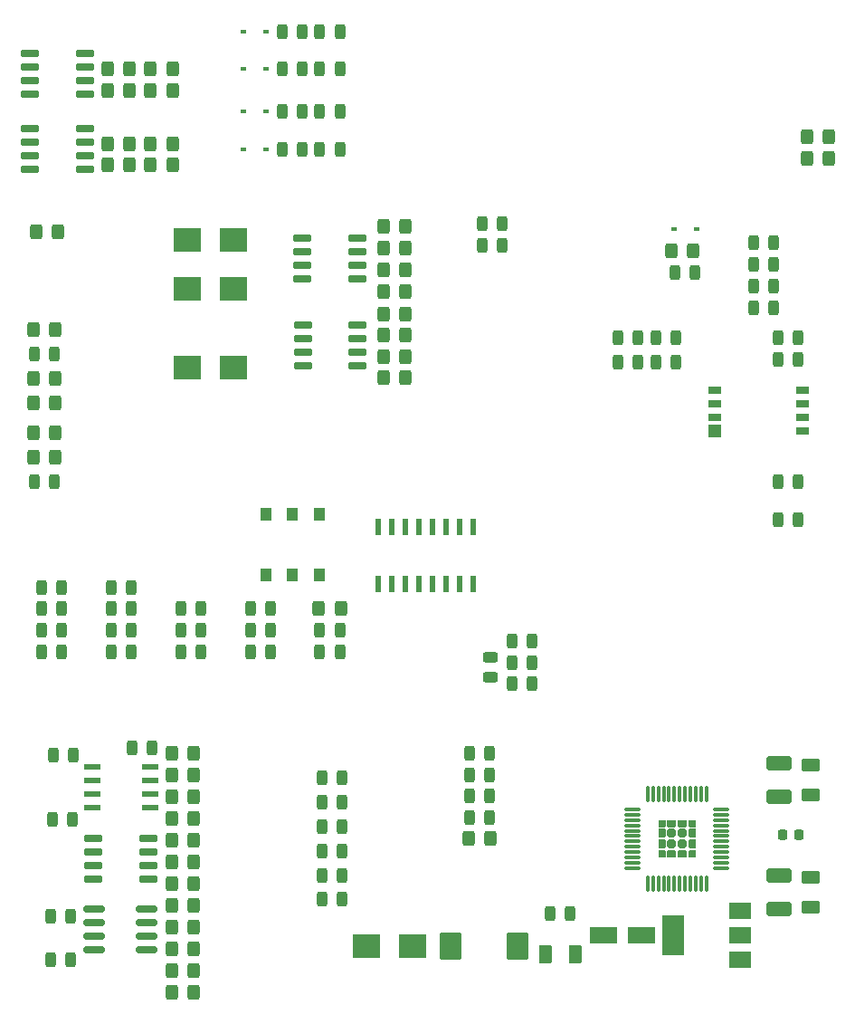
<source format=gtp>
%TF.GenerationSoftware,KiCad,Pcbnew,7.0.1-0*%
%TF.CreationDate,2023-05-22T10:15:59+10:00*%
%TF.ProjectId,NA6 v1.3,4e413620-7631-42e3-932e-6b696361645f,rev?*%
%TF.SameCoordinates,Original*%
%TF.FileFunction,Paste,Top*%
%TF.FilePolarity,Positive*%
%FSLAX46Y46*%
G04 Gerber Fmt 4.6, Leading zero omitted, Abs format (unit mm)*
G04 Created by KiCad (PCBNEW 7.0.1-0) date 2023-05-22 10:15:59*
%MOMM*%
%LPD*%
G01*
G04 APERTURE LIST*
G04 Aperture macros list*
%AMRoundRect*
0 Rectangle with rounded corners*
0 $1 Rounding radius*
0 $2 $3 $4 $5 $6 $7 $8 $9 X,Y pos of 4 corners*
0 Add a 4 corners polygon primitive as box body*
4,1,4,$2,$3,$4,$5,$6,$7,$8,$9,$2,$3,0*
0 Add four circle primitives for the rounded corners*
1,1,$1+$1,$2,$3*
1,1,$1+$1,$4,$5*
1,1,$1+$1,$6,$7*
1,1,$1+$1,$8,$9*
0 Add four rect primitives between the rounded corners*
20,1,$1+$1,$2,$3,$4,$5,0*
20,1,$1+$1,$4,$5,$6,$7,0*
20,1,$1+$1,$6,$7,$8,$9,0*
20,1,$1+$1,$8,$9,$2,$3,0*%
%AMFreePoly0*
4,1,7,0.322490,0.294667,0.322490,-0.294667,0.214044,-0.403113,-0.322490,-0.403113,-0.322490,0.403113,0.214044,0.403113,0.322490,0.294667,0.322490,0.294667,$1*%
%AMFreePoly1*
4,1,7,0.322490,-0.403113,-0.214044,-0.403113,-0.322490,-0.294667,-0.322490,0.294667,-0.214044,0.403113,0.322490,0.403113,0.322490,-0.403113,0.322490,-0.403113,$1*%
%AMFreePoly2*
4,1,7,0.403113,-0.214044,0.294667,-0.322490,-0.294667,-0.322490,-0.403113,-0.214044,-0.403113,0.322490,0.403113,0.322490,0.403113,-0.214044,0.403113,-0.214044,$1*%
%AMFreePoly3*
4,1,7,0.403113,0.214044,0.403113,-0.322490,-0.403113,-0.322490,-0.403113,0.214044,-0.294667,0.322490,0.294667,0.322490,0.403113,0.214044,0.403113,0.214044,$1*%
%AMFreePoly4*
4,1,6,0.322490,-0.194667,0.194667,-0.322490,-0.322490,-0.322490,-0.322490,0.322490,0.322490,0.322490,0.322490,-0.194667,0.322490,-0.194667,$1*%
%AMFreePoly5*
4,1,6,0.322490,0.194667,0.322490,-0.322490,-0.322490,-0.322490,-0.322490,0.322490,0.194667,0.322490,0.322490,0.194667,0.322490,0.194667,$1*%
%AMFreePoly6*
4,1,6,0.322490,-0.322490,-0.194667,-0.322490,-0.322490,-0.194667,-0.322490,0.322490,0.322490,0.322490,0.322490,-0.322490,0.322490,-0.322490,$1*%
%AMFreePoly7*
4,1,6,0.322490,-0.322490,-0.322490,-0.322490,-0.322490,0.194667,-0.194667,0.322490,0.322490,0.322490,0.322490,-0.322490,0.322490,-0.322490,$1*%
G04 Aperture macros list end*
%ADD10R,1.200000X1.200000*%
%ADD11R,1.200000X0.800000*%
%ADD12R,1.000000X1.150000*%
%ADD13RoundRect,0.243750X0.243750X0.456250X-0.243750X0.456250X-0.243750X-0.456250X0.243750X-0.456250X0*%
%ADD14RoundRect,0.243750X0.456250X-0.243750X0.456250X0.243750X-0.456250X0.243750X-0.456250X-0.243750X0*%
%ADD15RoundRect,0.243750X-0.243750X-0.456250X0.243750X-0.456250X0.243750X0.456250X-0.243750X0.456250X0*%
%ADD16RoundRect,0.250000X-0.375000X-0.625000X0.375000X-0.625000X0.375000X0.625000X-0.375000X0.625000X0*%
%ADD17RoundRect,0.250000X-0.325000X-0.450000X0.325000X-0.450000X0.325000X0.450000X-0.325000X0.450000X0*%
%ADD18RoundRect,0.250000X0.325000X0.450000X-0.325000X0.450000X-0.325000X-0.450000X0.325000X-0.450000X0*%
%ADD19RoundRect,0.201557X0.201556X-0.201556X0.201556X0.201556X-0.201556X0.201556X-0.201556X-0.201556X0*%
%ADD20FreePoly0,90.000000*%
%ADD21FreePoly1,90.000000*%
%ADD22FreePoly2,90.000000*%
%ADD23FreePoly3,90.000000*%
%ADD24FreePoly4,90.000000*%
%ADD25FreePoly5,90.000000*%
%ADD26FreePoly6,90.000000*%
%ADD27FreePoly7,90.000000*%
%ADD28RoundRect,0.075000X0.075000X-0.662500X0.075000X0.662500X-0.075000X0.662500X-0.075000X-0.662500X0*%
%ADD29RoundRect,0.075000X0.662500X-0.075000X0.662500X0.075000X-0.662500X0.075000X-0.662500X-0.075000X0*%
%ADD30RoundRect,0.150000X0.725000X0.150000X-0.725000X0.150000X-0.725000X-0.150000X0.725000X-0.150000X0*%
%ADD31R,1.550000X0.600000*%
%ADD32R,0.600000X1.500000*%
%ADD33R,0.600000X0.450000*%
%ADD34RoundRect,0.250000X1.050000X0.550000X-1.050000X0.550000X-1.050000X-0.550000X1.050000X-0.550000X0*%
%ADD35RoundRect,0.250000X0.787500X1.025000X-0.787500X1.025000X-0.787500X-1.025000X0.787500X-1.025000X0*%
%ADD36RoundRect,0.250000X-0.625000X0.375000X-0.625000X-0.375000X0.625000X-0.375000X0.625000X0.375000X0*%
%ADD37RoundRect,0.250000X-0.925000X0.412500X-0.925000X-0.412500X0.925000X-0.412500X0.925000X0.412500X0*%
%ADD38RoundRect,0.150000X0.825000X0.150000X-0.825000X0.150000X-0.825000X-0.150000X0.825000X-0.150000X0*%
%ADD39RoundRect,0.218750X-0.218750X-0.256250X0.218750X-0.256250X0.218750X0.256250X-0.218750X0.256250X0*%
%ADD40R,2.000000X3.800000*%
%ADD41R,2.000000X1.500000*%
%ADD42R,2.500000X2.300000*%
G04 APERTURE END LIST*
D10*
X193019000Y-78105000D03*
D11*
X193019000Y-76835000D03*
X193019000Y-75565000D03*
X193019000Y-74295000D03*
X201219000Y-74295000D03*
X201219000Y-75565000D03*
X201219000Y-76835000D03*
X201219000Y-78105000D03*
D12*
X156000000Y-91539000D03*
X153500000Y-91539000D03*
X151000000Y-91539000D03*
X156000000Y-85889000D03*
X153500000Y-85889000D03*
X151000000Y-85889000D03*
D13*
X175937500Y-97714000D03*
X174062500Y-97714000D03*
D14*
X172000000Y-99276500D03*
X172000000Y-101151500D03*
D15*
X151437500Y-98714000D03*
X149562500Y-98714000D03*
X170062500Y-112214000D03*
X171937500Y-112214000D03*
X171274500Y-60706000D03*
X173149500Y-60706000D03*
D13*
X151437500Y-94714000D03*
X149562500Y-94714000D03*
X171937500Y-108214000D03*
X170062500Y-108214000D03*
X174062500Y-99714000D03*
X175937500Y-99714000D03*
D15*
X144937500Y-98714000D03*
X143062500Y-98714000D03*
X131937500Y-98714000D03*
X130062500Y-98714000D03*
X138437500Y-98714000D03*
X136562500Y-98714000D03*
D13*
X144937500Y-94714000D03*
X143062500Y-94714000D03*
X131937500Y-92714000D03*
X130062500Y-92714000D03*
X138437500Y-92714000D03*
X136562500Y-92714000D03*
D15*
X131239500Y-70866000D03*
X129364500Y-70866000D03*
D16*
X177162000Y-127000000D03*
X179962000Y-127000000D03*
D13*
X156288500Y-110490000D03*
X158163500Y-110490000D03*
X158163500Y-112776000D03*
X156288500Y-112776000D03*
D15*
X154437500Y-51714000D03*
X152562500Y-51714000D03*
X152562500Y-48214000D03*
X154437500Y-48214000D03*
X154437500Y-44214000D03*
X152562500Y-44214000D03*
X152562500Y-40714000D03*
X154437500Y-40714000D03*
X156062500Y-51714000D03*
X157937500Y-51714000D03*
X157937500Y-48214000D03*
X156062500Y-48214000D03*
D13*
X131062500Y-114428000D03*
X132937500Y-114428000D03*
X133000000Y-108428000D03*
X131125000Y-108428000D03*
D15*
X156062500Y-44214000D03*
X157937500Y-44214000D03*
X157937500Y-40714000D03*
X156062500Y-40714000D03*
X170062500Y-114214000D03*
X171937500Y-114214000D03*
D13*
X151437500Y-96714000D03*
X149562500Y-96714000D03*
X171937500Y-110214000D03*
X170062500Y-110214000D03*
X173149500Y-58674000D03*
X171274500Y-58674000D03*
D15*
X174062500Y-101714000D03*
X175937500Y-101714000D03*
X131937500Y-96714000D03*
X130062500Y-96714000D03*
X138437500Y-96714000D03*
X136562500Y-96714000D03*
D13*
X143062500Y-96714000D03*
X144937500Y-96714000D03*
X131937500Y-94714000D03*
X130062500Y-94714000D03*
X138437500Y-94714000D03*
X136562500Y-94714000D03*
D15*
X156062500Y-96714000D03*
X157937500Y-96714000D03*
D17*
X201667000Y-52578000D03*
X203717000Y-52578000D03*
X203717000Y-50546000D03*
X201667000Y-50546000D03*
X144281000Y-118364000D03*
X142231000Y-118364000D03*
X142231000Y-120396000D03*
X144281000Y-120396000D03*
X162017000Y-71118000D03*
X164067000Y-71118000D03*
X164067000Y-69118000D03*
X162017000Y-69118000D03*
X164067000Y-73118000D03*
X162017000Y-73118000D03*
D18*
X164067000Y-67118000D03*
X162017000Y-67118000D03*
X129277000Y-68580000D03*
X131327000Y-68580000D03*
D15*
X196674500Y-60452000D03*
X198549500Y-60452000D03*
D19*
X189000000Y-116714000D03*
X190000000Y-116714000D03*
X189000000Y-115714000D03*
X190000000Y-115714000D03*
D20*
X189000000Y-117614000D03*
X190000000Y-117614000D03*
D21*
X189000000Y-114814000D03*
X190000000Y-114814000D03*
D22*
X188100000Y-116714000D03*
X188100000Y-115714000D03*
D23*
X190900000Y-116714000D03*
X190900000Y-115714000D03*
D24*
X188100000Y-117614000D03*
D25*
X190900000Y-117614000D03*
D26*
X188100000Y-114814000D03*
D27*
X190900000Y-114814000D03*
D28*
X186750000Y-120376500D03*
X187250000Y-120376500D03*
X187750000Y-120376500D03*
X188250000Y-120376500D03*
X188750000Y-120376500D03*
X189250000Y-120376500D03*
X189750000Y-120376500D03*
X190250000Y-120376500D03*
X190750000Y-120376500D03*
X191250000Y-120376500D03*
X191750000Y-120376500D03*
X192250000Y-120376500D03*
D29*
X193662500Y-118964000D03*
X193662500Y-118464000D03*
X193662500Y-117964000D03*
X193662500Y-117464000D03*
X193662500Y-116964000D03*
X193662500Y-116464000D03*
X193662500Y-115964000D03*
X193662500Y-115464000D03*
X193662500Y-114964000D03*
X193662500Y-114464000D03*
X193662500Y-113964000D03*
X193662500Y-113464000D03*
D28*
X192250000Y-112051500D03*
X191750000Y-112051500D03*
X191250000Y-112051500D03*
X190750000Y-112051500D03*
X190250000Y-112051500D03*
X189750000Y-112051500D03*
X189250000Y-112051500D03*
X188750000Y-112051500D03*
X188250000Y-112051500D03*
X187750000Y-112051500D03*
X187250000Y-112051500D03*
X186750000Y-112051500D03*
D29*
X185337500Y-113464000D03*
X185337500Y-113964000D03*
X185337500Y-114464000D03*
X185337500Y-114964000D03*
X185337500Y-115464000D03*
X185337500Y-115964000D03*
X185337500Y-116464000D03*
X185337500Y-116964000D03*
X185337500Y-117464000D03*
X185337500Y-117964000D03*
X185337500Y-118464000D03*
X185337500Y-118964000D03*
D30*
X134075000Y-53619000D03*
X134075000Y-52349000D03*
X134075000Y-51079000D03*
X134075000Y-49809000D03*
X128925000Y-49809000D03*
X128925000Y-51079000D03*
X128925000Y-52349000D03*
X128925000Y-53619000D03*
D31*
X140200000Y-113333000D03*
X140200000Y-112063000D03*
X140200000Y-110793000D03*
X140200000Y-109523000D03*
X134800000Y-109523000D03*
X134800000Y-110793000D03*
X134800000Y-112063000D03*
X134800000Y-113333000D03*
D30*
X128925000Y-46619000D03*
X128925000Y-45349000D03*
X128925000Y-44079000D03*
X128925000Y-42809000D03*
X134075000Y-42809000D03*
X134075000Y-44079000D03*
X134075000Y-45349000D03*
X134075000Y-46619000D03*
D32*
X161555000Y-92414000D03*
X162825000Y-92414000D03*
X164095000Y-92414000D03*
X165365000Y-92414000D03*
X166635000Y-92414000D03*
X167905000Y-92414000D03*
X169175000Y-92414000D03*
X170445000Y-92414000D03*
X170445000Y-87014000D03*
X169175000Y-87014000D03*
X167905000Y-87014000D03*
X166635000Y-87014000D03*
X165365000Y-87014000D03*
X164095000Y-87014000D03*
X162825000Y-87014000D03*
X161555000Y-87014000D03*
D30*
X134839000Y-120015000D03*
X134839000Y-118745000D03*
X134839000Y-117475000D03*
X134839000Y-116205000D03*
X139989000Y-116205000D03*
X139989000Y-117475000D03*
X139989000Y-118745000D03*
X139989000Y-120015000D03*
X159617000Y-72023000D03*
X159617000Y-70753000D03*
X159617000Y-69483000D03*
X159617000Y-68213000D03*
X154467000Y-68213000D03*
X154467000Y-69483000D03*
X154467000Y-70753000D03*
X154467000Y-72023000D03*
D33*
X148950000Y-51714000D03*
X151050000Y-51714000D03*
X151050000Y-48214000D03*
X148950000Y-48214000D03*
X151050000Y-44214000D03*
X148950000Y-44214000D03*
X148950000Y-40714000D03*
X151050000Y-40714000D03*
D13*
X196674500Y-66548000D03*
X198549500Y-66548000D03*
X196674500Y-64516000D03*
X198549500Y-64516000D03*
D15*
X131239500Y-82804000D03*
X129364500Y-82804000D03*
D34*
X186204000Y-125222000D03*
X182604000Y-125222000D03*
D13*
X179499500Y-123190000D03*
X177624500Y-123190000D03*
D35*
X174562500Y-126238000D03*
X168337500Y-126238000D03*
D17*
X155975000Y-94714000D03*
X158025000Y-94714000D03*
D36*
X202000000Y-119814000D03*
X202000000Y-122614000D03*
X202000000Y-112114000D03*
X202000000Y-109314000D03*
D37*
X199000000Y-119676500D03*
X199000000Y-122751500D03*
X199000000Y-112251500D03*
X199000000Y-109176500D03*
D13*
X198549500Y-62484000D03*
X196674500Y-62484000D03*
D17*
X140229000Y-53214000D03*
X142279000Y-53214000D03*
D18*
X140229000Y-51214000D03*
X142279000Y-51214000D03*
X142231000Y-114300000D03*
X144281000Y-114300000D03*
D17*
X142231000Y-110236000D03*
X144281000Y-110236000D03*
X136229000Y-53214000D03*
X138279000Y-53214000D03*
X138279000Y-51214000D03*
X136229000Y-51214000D03*
X144281000Y-112268000D03*
X142231000Y-112268000D03*
X142231000Y-108204000D03*
X144281000Y-108204000D03*
X140229000Y-46214000D03*
X142279000Y-46214000D03*
D18*
X140229000Y-44214000D03*
X142279000Y-44214000D03*
D17*
X136229000Y-46214000D03*
X138279000Y-46214000D03*
X138279000Y-44214000D03*
X136229000Y-44214000D03*
D18*
X172025000Y-116214000D03*
X169975000Y-116214000D03*
D17*
X131581000Y-59436000D03*
X129531000Y-59436000D03*
X129277000Y-78232000D03*
X131327000Y-78232000D03*
X131327000Y-75438000D03*
X129277000Y-75438000D03*
X164093000Y-62992000D03*
X162043000Y-62992000D03*
X162043000Y-58928000D03*
X164093000Y-58928000D03*
X162043000Y-65024000D03*
X164093000Y-65024000D03*
D18*
X162043000Y-60960000D03*
X164093000Y-60960000D03*
D30*
X159547000Y-63881000D03*
X159547000Y-62611000D03*
X159547000Y-61341000D03*
X159547000Y-60071000D03*
X154397000Y-60071000D03*
X154397000Y-61341000D03*
X154397000Y-62611000D03*
X154397000Y-63881000D03*
D15*
X156062500Y-98714000D03*
X157937500Y-98714000D03*
D18*
X131327000Y-80518000D03*
X129277000Y-80518000D03*
X129277000Y-73152000D03*
X131327000Y-73152000D03*
D13*
X158163500Y-119634000D03*
X156288500Y-119634000D03*
X156288500Y-115062000D03*
X158163500Y-115062000D03*
X158163500Y-117348000D03*
X156288500Y-117348000D03*
D18*
X142231000Y-128524000D03*
X144281000Y-128524000D03*
D17*
X142231000Y-124460000D03*
X144281000Y-124460000D03*
X142231000Y-126492000D03*
X144281000Y-126492000D03*
X144281000Y-122428000D03*
X142231000Y-122428000D03*
D13*
X132763500Y-127508000D03*
X130888500Y-127508000D03*
X132763500Y-123444000D03*
X130888500Y-123444000D03*
D38*
X139889000Y-126619000D03*
X139889000Y-125349000D03*
X139889000Y-124079000D03*
X139889000Y-122809000D03*
X134939000Y-122809000D03*
X134939000Y-124079000D03*
X134939000Y-125349000D03*
X134939000Y-126619000D03*
D13*
X191183500Y-63246000D03*
X189308500Y-63246000D03*
D33*
X189196000Y-59182000D03*
X191296000Y-59182000D03*
D13*
X189405500Y-69342000D03*
X187530500Y-69342000D03*
X187530500Y-71628000D03*
X189405500Y-71628000D03*
X156288500Y-121856500D03*
X158163500Y-121856500D03*
D17*
X188967000Y-61214000D03*
X191017000Y-61214000D03*
D13*
X185849500Y-69342000D03*
X183974500Y-69342000D03*
X185849500Y-71628000D03*
X183974500Y-71628000D03*
D39*
X199364500Y-115824000D03*
X200939500Y-115824000D03*
D40*
X189128000Y-125222000D03*
D41*
X195428000Y-125222000D03*
X195428000Y-122922000D03*
X195428000Y-127522000D03*
D42*
X164773500Y-126238000D03*
X160473500Y-126238000D03*
D13*
X200835500Y-69342000D03*
X198960500Y-69342000D03*
X198960500Y-71374000D03*
X200835500Y-71374000D03*
X200835500Y-82804000D03*
X198960500Y-82804000D03*
D15*
X198960500Y-86360000D03*
X200835500Y-86360000D03*
D13*
X140383500Y-107696000D03*
X138508500Y-107696000D03*
D17*
X142231000Y-130556000D03*
X144281000Y-130556000D03*
X142231000Y-116332000D03*
X144281000Y-116332000D03*
D42*
X143646000Y-60187001D03*
X147946000Y-60187001D03*
X143646000Y-64770000D03*
X147946000Y-64770000D03*
X147946000Y-72136000D03*
X143646000Y-72136000D03*
M02*

</source>
